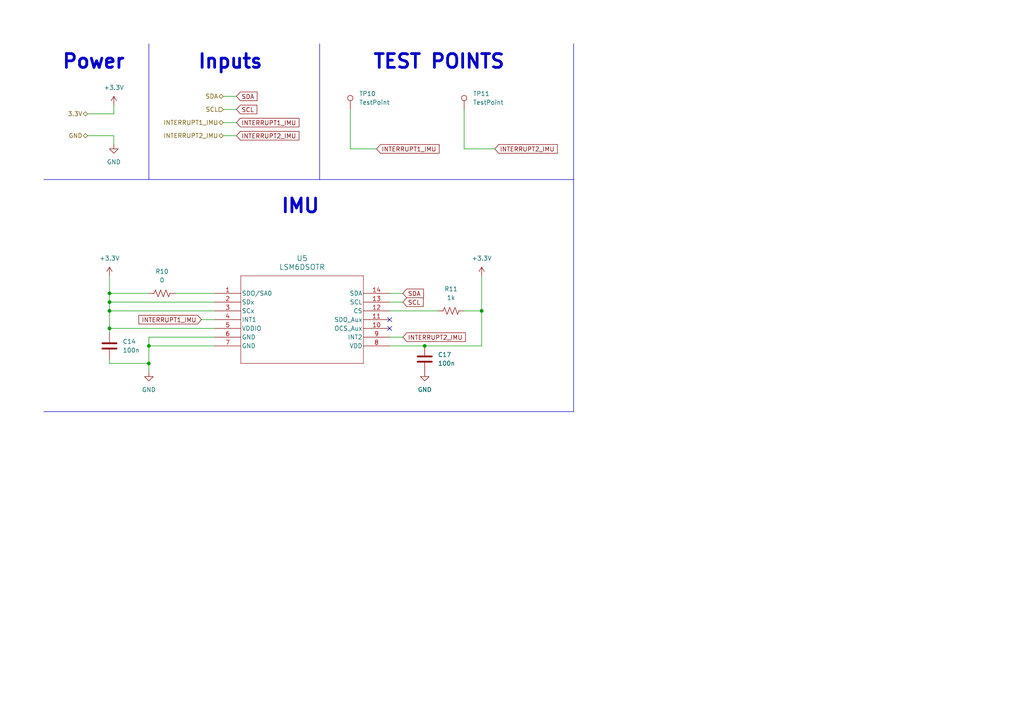
<source format=kicad_sch>
(kicad_sch (version 20230121) (generator eeschema)
  (paper "A4")
  (lib_symbols
    (symbol "Connector:TestPoint" (pin_numbers hide) (pin_names (offset 0.762) hide)
      (property "Reference" "TP" (at 0 6.858 0))
      (property "Value" "TestPoint" (at 0 5.08 0))
      (symbol "TestPoint_0_1"
        (circle (center 0 3.302) (radius 0.762))
      )
      (symbol "TestPoint_1_1"
        (pin passive line (at 0 0 90) (length 2.54) (name "1") (number "1"))
      )
    )
    (symbol "Device:C" (pin_numbers hide) (pin_names (offset 0.254))
      (property "Reference" "C" (at 0.635 2.54 0))
      (property "Value" "C" (at 0.635 -2.54 0))
      (symbol "C_0_1"
        (polyline (pts (xy -2.032 -0.762) (xy 2.032 -0.762)) (stroke (width 0.508)))
        (polyline (pts (xy -2.032 0.762) (xy 2.032 0.762)) (stroke (width 0.508)))
      )
      (symbol "C_1_1"
        (pin passive line (at 0 3.81 270) (length 2.794) (name "~") (number "1"))
        (pin passive line (at 0 -3.81 90) (length 2.794) (name "~") (number "2"))
      )
    )
    (symbol "Device:R_US" (pin_numbers hide) (pin_names (offset 0))
      (property "Reference" "R" (at 2.54 0 90))
      (property "Value" "R_US" (at -2.54 0 90))
      (symbol "R_US_0_1"
        (polyline (pts (xy 0 -2.286) (xy 0 -2.54)))
        (polyline (pts (xy 0 2.286) (xy 0 2.54)))
        (polyline (pts (xy 0 -0.762) (xy 1.016 -1.143) (xy 0 -1.524) (xy -1.016 -1.905) (xy 0 -2.286)))
        (polyline (pts (xy 0 0.762) (xy 1.016 0.381) (xy 0 0) (xy -1.016 -0.381) (xy 0 -0.762)))
        (polyline (pts (xy 0 2.286) (xy 1.016 1.905) (xy 0 1.524) (xy -1.016 1.143) (xy 0 0.762)))
      )
      (symbol "R_US_1_1"
        (pin passive line (at 0 3.81 270) (length 1.27) (name "~") (number "1"))
        (pin passive line (at 0 -3.81 90) (length 1.27) (name "~") (number "2"))
      )
    )
    (symbol "SensifyIMU:LSM6DSOTR" (pin_names (offset 0.254))
      (property "Reference" "U" (at 25.4 10.16 0))
      (property "Value" "LSM6DSOTR" (at 25.4 7.62 0))
      (symbol "LSM6DSOTR_0_1"
        (polyline (pts (xy 7.62 -20.32) (xy 43.18 -20.32)) (stroke (width 0.127)))
        (polyline (pts (xy 7.62 5.08) (xy 7.62 -20.32)) (stroke (width 0.127)))
        (polyline (pts (xy 43.18 -20.32) (xy 43.18 5.08)) (stroke (width 0.127)))
        (polyline (pts (xy 43.18 5.08) (xy 7.62 5.08)) (stroke (width 0.127)))
        (pin bidirectional line (at 0 0 0) (length 7.62) (name "SDO/SA0") (number "1"))
        (pin bidirectional line (at 50.8 -10.16 180) (length 7.62) (name "OCS_Aux") (number "10"))
        (pin bidirectional line (at 50.8 -7.62 180) (length 7.62) (name "SDO_Aux") (number "11"))
        (pin input line (at 50.8 -5.08 180) (length 7.62) (name "CS") (number "12"))
        (pin input line (at 50.8 -2.54 180) (length 7.62) (name "SCL") (number "13"))
        (pin bidirectional line (at 50.8 0 180) (length 7.62) (name "SDA") (number "14"))
        (pin bidirectional line (at 0 -2.54 0) (length 7.62) (name "SDx") (number "2"))
        (pin bidirectional line (at 0 -5.08 0) (length 7.62) (name "SCx") (number "3"))
        (pin output line (at 0 -7.62 0) (length 7.62) (name "INT1") (number "4"))
        (pin power_in line (at 0 -10.16 0) (length 7.62) (name "VDDIO") (number "5"))
        (pin power_out line (at 0 -12.7 0) (length 7.62) (name "GND") (number "6"))
        (pin power_out line (at 0 -15.24 0) (length 7.62) (name "GND") (number "7"))
        (pin power_in line (at 50.8 -15.24 180) (length 7.62) (name "VDD") (number "8"))
        (pin output line (at 50.8 -12.7 180) (length 7.62) (name "INT2") (number "9"))
      )
    )
    (symbol "power:+3.3V" (power) (pin_names (offset 0))
      (property "Value" "+3.3V" (at 0 3.556 0))
      (symbol "+3.3V_0_1"
        (polyline (pts (xy -0.762 1.27) (xy 0 2.54)))
        (polyline (pts (xy 0 0) (xy 0 2.54)))
        (polyline (pts (xy 0 2.54) (xy 0.762 1.27)))
      )
      (symbol "+3.3V_1_1"
        (pin power_in line (at 0 0 90) (length 0) hide (name "+3.3V") (number "1"))
      )
    )
    (symbol "power:GND" (power) (pin_names (offset 0))
      (property "Value" "GND" (at 0 -3.81 0))
      (symbol "GND_0_1"
        (polyline (pts (xy 0 0) (xy 0 -1.27) (xy 1.27 -1.27) (xy 0 -2.54) (xy -1.27 -1.27) (xy 0 -1.27)))
      )
      (symbol "GND_1_1"
        (pin power_in line (at 0 0 270) (length 0) hide (name "GND") (number "1"))
      )
    )
  )
  (junction (at 123.19 100.33))
  (junction (at 139.7 90.17))
  (junction (at 31.75 87.63))
  (junction (at 43.18 105.41))
  (junction (at 31.75 95.25))
  (junction (at 43.18 100.33))
  (junction (at 31.75 85.09))
  (junction (at 31.75 90.17))
  (no_connect (at 113.03 95.25))
  (no_connect (at 113.03 92.71))
  (wire (pts (xy 33.02 33.02) (xy 33.02 30.48)))
  (polyline (pts (xy 166.37 52.07) (xy 166.37 119.38)))
  (wire (pts (xy 64.77 31.75) (xy 68.58 31.75)))
  (polyline (pts (xy 166.37 12.7) (xy 166.37 52.07)))
  (polyline (pts (xy 43.18 52.07) (xy 92.71 52.07)))
  (wire (pts (xy 43.18 100.33) (xy 62.23 100.33)))
  (wire (pts (xy 58.42 92.71) (xy 62.23 92.71)))
  (wire (pts (xy 31.75 95.25) (xy 62.23 95.25)))
  (polyline (pts (xy 12.7 52.07) (xy 43.18 52.07)))
  (wire (pts (xy 113.03 100.33) (xy 123.19 100.33)))
  (wire (pts (xy 64.77 27.94) (xy 68.58 27.94)))
  (wire (pts (xy 25.4 33.02) (xy 33.02 33.02)))
  (wire (pts (xy 113.03 97.79) (xy 116.84 97.79)))
  (wire (pts (xy 134.62 90.17) (xy 139.7 90.17)))
  (wire (pts (xy 64.77 39.37) (xy 68.58 39.37)))
  (wire (pts (xy 113.03 87.63) (xy 116.84 87.63)))
  (wire (pts (xy 134.62 31.75) (xy 134.62 43.18)))
  (polyline (pts (xy 92.71 12.7) (xy 92.71 52.07)))
  (wire (pts (xy 33.02 39.37) (xy 33.02 41.91)))
  (wire (pts (xy 139.7 90.17) (xy 139.7 100.33)))
  (wire (pts (xy 31.75 90.17) (xy 62.23 90.17)))
  (wire (pts (xy 43.18 97.79) (xy 43.18 100.33)))
  (polyline (pts (xy 92.71 52.07) (xy 166.37 52.07)))
  (polyline (pts (xy 12.7 119.38) (xy 166.37 119.38)))
  (wire (pts (xy 31.75 105.41) (xy 43.18 105.41)))
  (wire (pts (xy 31.75 87.63) (xy 31.75 90.17)))
  (wire (pts (xy 31.75 95.25) (xy 31.75 96.52)))
  (wire (pts (xy 31.75 87.63) (xy 31.75 85.09)))
  (polyline (pts (xy 43.18 12.7) (xy 43.18 52.07)))
  (wire (pts (xy 43.18 105.41) (xy 43.18 107.95)))
  (wire (pts (xy 25.4 39.37) (xy 33.02 39.37)))
  (wire (pts (xy 43.18 100.33) (xy 43.18 105.41)))
  (wire (pts (xy 113.03 90.17) (xy 127 90.17)))
  (wire (pts (xy 101.6 43.18) (xy 109.22 43.18)))
  (wire (pts (xy 62.23 97.79) (xy 43.18 97.79)))
  (wire (pts (xy 64.77 35.56) (xy 68.58 35.56)))
  (wire (pts (xy 101.6 31.75) (xy 101.6 43.18)))
  (wire (pts (xy 62.23 87.63) (xy 31.75 87.63)))
  (wire (pts (xy 50.8 85.09) (xy 62.23 85.09)))
  (wire (pts (xy 139.7 80.01) (xy 139.7 90.17)))
  (wire (pts (xy 134.62 43.18) (xy 143.51 43.18)))
  (wire (pts (xy 31.75 90.17) (xy 31.75 95.25)))
  (wire (pts (xy 31.75 85.09) (xy 31.75 80.01)))
  (wire (pts (xy 139.7 100.33) (xy 123.19 100.33)))
  (wire (pts (xy 31.75 104.14) (xy 31.75 105.41)))
  (wire (pts (xy 113.03 85.09) (xy 116.84 85.09)))
  (wire (pts (xy 31.75 85.09) (xy 43.18 85.09)))
  (text "IMU" (at 81.28 62.23 0) (effects (font (size 4 4) bold) (justify left bottom)))
  (text "Inputs" (at 57.15 20.32 0) (effects (font (size 4 4) (thickness 0.8) bold) (justify left bottom)))
  (text "TEST POINTS" (at 107.95 20.32 0) (effects (font (size 4 4) bold) (justify left bottom)))
  (text "Power" (at 17.78 20.32 0) (effects (font (size 4 4) (thickness 0.8) bold) (justify left bottom)))
  (global_label "INTERRUPT1_IMU" (shape input) (at 68.58 35.56 0) (property "Intersheetrefs" "${INTERSHEET_REFS}" (effects hide)))
  (global_label "INTERRUPT1_IMU" (shape input) (at 58.42 92.71 180) (property "Intersheetrefs" "${INTERSHEET_REFS}" (effects hide)))
  (global_label "SDA" (shape input) (at 68.58 27.94 0) (property "Intersheetrefs" "${INTERSHEET_REFS}" (effects hide)))
  (global_label "INTERRUPT2_IMU" (shape input) (at 143.51 43.18 0) (property "Intersheetrefs" "${INTERSHEET_REFS}" (effects hide)))
  (global_label "SDA" (shape input) (at 116.84 85.09 0) (property "Intersheetrefs" "${INTERSHEET_REFS}" (effects hide)))
  (global_label "INTERRUPT1_IMU" (shape input) (at 109.22 43.18 0) (property "Intersheetrefs" "${INTERSHEET_REFS}" (effects hide)))
  (global_label "INTERRUPT2_IMU" (shape input) (at 116.84 97.79 0) (property "Intersheetrefs" "${INTERSHEET_REFS}" (effects hide)))
  (global_label "INTERRUPT2_IMU" (shape input) (at 68.58 39.37 0) (property "Intersheetrefs" "${INTERSHEET_REFS}" (effects hide)))
  (global_label "SCL" (shape input) (at 68.58 31.75 0) (property "Intersheetrefs" "${INTERSHEET_REFS}" (effects hide)))
  (global_label "SCL" (shape input) (at 116.84 87.63 0) (property "Intersheetrefs" "${INTERSHEET_REFS}" (effects hide)))
  (hierarchical_label "INTERRUPT2_IMU" (shape bidirectional) (at 64.77 39.37 180))
  (hierarchical_label "3.3V" (shape bidirectional) (at 25.4 33.02 180))
  (hierarchical_label "GND" (shape bidirectional) (at 25.4 39.37 180))
  (hierarchical_label "SCL" (shape input) (at 64.77 31.75 180))
  (hierarchical_label "INTERRUPT1_IMU" (shape bidirectional) (at 64.77 35.56 180))
  (hierarchical_label "SDA" (shape bidirectional) (at 64.77 27.94 180))
  (symbol (lib_id "power:+3.3V") (at 139.7 80.01 0) (unit 1)
    (property "Reference" "#PWR025" (effects hide))
    (property "Value" "+3.3V" (at 139.7 74.93 0))
  )
  (symbol (lib_id "Connector:TestPoint") (at 101.6 31.75 0) (unit 1)
    (property "Reference" "TP10" (at 104.14 27.178 0) (effects (justify left)))
    (property "Value" "TestPoint" (at 104.14 29.718 0) (effects (justify left)))
  )
  (symbol (lib_id "power:GND") (at 33.02 41.91 0) (unit 1)
    (property "Reference" "#PWR063" (effects hide))
    (property "Value" "GND" (at 33.02 46.99 0))
  )
  (symbol (lib_id "Device:C") (at 123.19 104.14 0) (unit 1)
    (property "Reference" "C17" (at 127 102.87 0) (effects (justify left)))
    (property "Value" "100n" (at 127 105.41 0) (effects (justify left)))
    (property "Footprint" "Capacitor_SMD:C_0402_1005Metric" (effects hide))
  )
  (symbol (lib_id "Device:R_US") (at 46.99 85.09 90) (unit 1)
    (property "Reference" "R10" (at 46.99 78.74 90))
    (property "Value" "0" (at 46.99 81.28 90))
    (property "Footprint" "Resistor_SMD:R_0402_1005Metric" (effects hide))
  )
  (symbol (lib_id "power:GND") (at 43.18 107.95 0) (unit 1)
    (property "Reference" "#PWR023" (effects hide))
    (property "Value" "GND" (at 43.18 113.03 0))
  )
  (symbol (lib_id "SensifyIMU:LSM6DSOTR") (at 62.23 85.09 0) (unit 1)
    (property "Reference" "U5" (at 87.63 74.93 0) (effects (font (size 1.524 1.524))))
    (property "Value" "LSM6DSOTR" (at 87.63 77.47 0) (effects (font (size 1.524 1.524))))
    (property "Footprint" "SensifyIMU:IMU_LSM6DSOTR" (effects hide))
    (property "Datasheet" "https://www.st.com/resource/en/datasheet/lsm6dso.pdf" (effects hide))
  )
  (symbol (lib_id "Device:C") (at 31.75 100.33 0) (unit 1)
    (property "Reference" "C14" (at 35.56 99.06 0) (effects (justify left)))
    (property "Value" "100n" (at 35.56 101.6 0) (effects (justify left)))
    (property "Footprint" "Capacitor_SMD:C_0402_1005Metric" (effects hide))
  )
  (symbol (lib_id "power:+3.3V") (at 33.02 30.48 0) (unit 1)
    (property "Reference" "#PWR062" (effects hide))
    (property "Value" "+3.3V" (at 33.02 25.4 0))
  )
  (symbol (lib_id "power:+3.3V") (at 31.75 80.01 0) (unit 1)
    (property "Reference" "#PWR022" (effects hide))
    (property "Value" "+3.3V" (at 31.75 74.93 0))
  )
  (symbol (lib_id "Device:R_US") (at 130.81 90.17 90) (unit 1)
    (property "Reference" "R11" (at 130.81 83.82 90))
    (property "Value" "1k" (at 130.81 86.36 90))
    (property "Footprint" "Resistor_SMD:R_0402_1005Metric" (effects hide))
  )
  (symbol (lib_id "Connector:TestPoint") (at 134.62 31.75 0) (unit 1)
    (property "Reference" "TP11" (at 137.16 27.178 0) (effects (justify left)))
    (property "Value" "TestPoint" (at 137.16 29.718 0) (effects (justify left)))
  )
  (symbol (lib_id "power:GND") (at 123.19 107.95 0) (unit 1)
    (property "Reference" "#PWR024" (effects hide))
    (property "Value" "GND" (at 123.19 113.03 0))
  )
)
</source>
